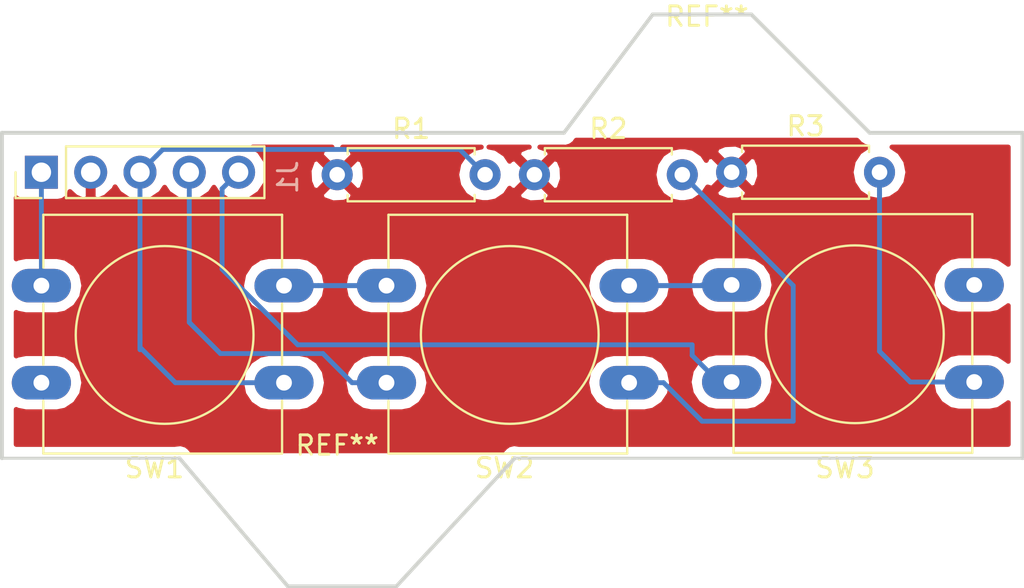
<source format=kicad_pcb>
(kicad_pcb (version 20171130) (host pcbnew "(5.0.1)-4")

  (general
    (thickness 1.6)
    (drawings 12)
    (tracks 39)
    (zones 0)
    (modules 9)
    (nets 6)
  )

  (page A4)
  (layers
    (0 F.Cu signal)
    (31 B.Cu signal)
    (32 B.Adhes user)
    (33 F.Adhes user)
    (34 B.Paste user)
    (35 F.Paste user)
    (36 B.SilkS user)
    (37 F.SilkS user)
    (38 B.Mask user)
    (39 F.Mask user)
    (40 Dwgs.User user)
    (41 Cmts.User user)
    (42 Eco1.User user)
    (43 Eco2.User user)
    (44 Edge.Cuts user)
    (45 Margin user)
    (46 B.CrtYd user)
    (47 F.CrtYd user)
    (48 B.Fab user)
    (49 F.Fab user)
  )

  (setup
    (last_trace_width 0.25)
    (trace_clearance 0.2)
    (zone_clearance 0.508)
    (zone_45_only no)
    (trace_min 0.2)
    (segment_width 0.2)
    (edge_width 0.15)
    (via_size 0.8)
    (via_drill 0.4)
    (via_min_size 0.4)
    (via_min_drill 0.3)
    (uvia_size 0.3)
    (uvia_drill 0.1)
    (uvias_allowed no)
    (uvia_min_size 0.2)
    (uvia_min_drill 0.1)
    (pcb_text_width 0.3)
    (pcb_text_size 1.5 1.5)
    (mod_edge_width 0.15)
    (mod_text_size 1 1)
    (mod_text_width 0.15)
    (pad_size 1.524 1.524)
    (pad_drill 0.762)
    (pad_to_mask_clearance 0.051)
    (solder_mask_min_width 0.25)
    (aux_axis_origin 0 0)
    (visible_elements 7FFFFFFF)
    (pcbplotparams
      (layerselection 0x010fc_ffffffff)
      (usegerberextensions false)
      (usegerberattributes false)
      (usegerberadvancedattributes false)
      (creategerberjobfile false)
      (excludeedgelayer true)
      (linewidth 0.100000)
      (plotframeref false)
      (viasonmask false)
      (mode 1)
      (useauxorigin false)
      (hpglpennumber 1)
      (hpglpenspeed 20)
      (hpglpendiameter 15.000000)
      (psnegative false)
      (psa4output false)
      (plotreference true)
      (plotvalue true)
      (plotinvisibletext false)
      (padsonsilk false)
      (subtractmaskfromsilk false)
      (outputformat 1)
      (mirror false)
      (drillshape 0)
      (scaleselection 1)
      (outputdirectory ""))
  )

  (net 0 "")
  (net 1 +5V)
  (net 2 GND)
  (net 3 "Net-(J1-Pad3)")
  (net 4 "Net-(J1-Pad4)")
  (net 5 "Net-(J1-Pad5)")

  (net_class Default "This is the default net class."
    (clearance 0.2)
    (trace_width 0.25)
    (via_dia 0.8)
    (via_drill 0.4)
    (uvia_dia 0.3)
    (uvia_drill 0.1)
    (add_net +5V)
    (add_net GND)
    (add_net "Net-(J1-Pad3)")
    (add_net "Net-(J1-Pad4)")
    (add_net "Net-(J1-Pad5)")
  )

  (module MountingHole:MountingHole_2.2mm_M2 (layer F.Cu) (tedit 56D1B4CB) (tstamp 5C401120)
    (at 139.7 94.742)
    (descr "Mounting Hole 2.2mm, no annular, M2")
    (tags "mounting hole 2.2mm no annular m2")
    (attr virtual)
    (fp_text reference REF** (at 0 -3.2) (layer F.SilkS)
      (effects (font (size 1 1) (thickness 0.15)))
    )
    (fp_text value MountingHole_2.2mm_M2 (at 0 3.2) (layer F.Fab)
      (effects (font (size 1 1) (thickness 0.15)))
    )
    (fp_text user %R (at 0.3 0) (layer F.Fab)
      (effects (font (size 1 1) (thickness 0.15)))
    )
    (fp_circle (center 0 0) (end 2.2 0) (layer Cmts.User) (width 0.15))
    (fp_circle (center 0 0) (end 2.45 0) (layer F.CrtYd) (width 0.05))
    (pad 1 np_thru_hole circle (at 0 0) (size 2.2 2.2) (drill 2.2) (layers *.Cu *.Mask))
  )

  (module Connector_PinHeader_2.54mm:PinHeader_1x05_P2.54mm_Vertical (layer F.Cu) (tedit 5C3FD53F) (tstamp 5C3C95E1)
    (at 105.41 99.568 90)
    (descr "Through hole straight pin header, 1x05, 2.54mm pitch, single row")
    (tags "Through hole pin header THT 1x05 2.54mm single row")
    (path /5C5B14C4)
    (fp_text reference J1 (at -0.254 12.7 90) (layer B.SilkS)
      (effects (font (size 1 1) (thickness 0.15)) (justify mirror))
    )
    (fp_text value Conn_01x05 (at 0 12.49 90) (layer F.Fab)
      (effects (font (size 1 1) (thickness 0.15)))
    )
    (fp_line (start -0.635 -1.27) (end 1.27 -1.27) (layer F.Fab) (width 0.1))
    (fp_line (start 1.27 -1.27) (end 1.27 11.43) (layer F.Fab) (width 0.1))
    (fp_line (start 1.27 11.43) (end -1.27 11.43) (layer F.Fab) (width 0.1))
    (fp_line (start -1.27 11.43) (end -1.27 -0.635) (layer F.Fab) (width 0.1))
    (fp_line (start -1.27 -0.635) (end -0.635 -1.27) (layer F.Fab) (width 0.1))
    (fp_line (start -1.33 11.49) (end 1.33 11.49) (layer F.SilkS) (width 0.12))
    (fp_line (start -1.33 1.27) (end -1.33 11.49) (layer F.SilkS) (width 0.12))
    (fp_line (start 1.33 1.27) (end 1.33 11.49) (layer F.SilkS) (width 0.12))
    (fp_line (start -1.33 1.27) (end 1.33 1.27) (layer F.SilkS) (width 0.12))
    (fp_line (start -1.33 0) (end -1.33 -1.33) (layer F.SilkS) (width 0.12))
    (fp_line (start -1.33 -1.33) (end 0 -1.33) (layer F.SilkS) (width 0.12))
    (fp_line (start -1.8 -1.8) (end -1.8 11.95) (layer F.CrtYd) (width 0.05))
    (fp_line (start -1.8 11.95) (end 1.8 11.95) (layer F.CrtYd) (width 0.05))
    (fp_line (start 1.8 11.95) (end 1.8 -1.8) (layer F.CrtYd) (width 0.05))
    (fp_line (start 1.8 -1.8) (end -1.8 -1.8) (layer F.CrtYd) (width 0.05))
    (fp_text user %R (at 0 5.08 180) (layer F.Fab)
      (effects (font (size 1 1) (thickness 0.15)))
    )
    (pad 1 thru_hole rect (at 0 0 90) (size 1.7 1.7) (drill 1) (layers *.Cu *.Mask)
      (net 1 +5V))
    (pad 2 thru_hole oval (at 0 2.54 90) (size 1.7 1.7) (drill 1) (layers *.Cu *.Mask)
      (net 2 GND))
    (pad 3 thru_hole oval (at 0 5.08 90) (size 1.7 1.7) (drill 1) (layers *.Cu *.Mask)
      (net 3 "Net-(J1-Pad3)"))
    (pad 4 thru_hole oval (at 0 7.62 90) (size 1.7 1.7) (drill 1) (layers *.Cu *.Mask)
      (net 4 "Net-(J1-Pad4)"))
    (pad 5 thru_hole oval (at 0 10.16 90) (size 1.7 1.7) (drill 1) (layers *.Cu *.Mask)
      (net 5 "Net-(J1-Pad5)"))
    (model ${KISYS3DMOD}/Connector_PinHeader_2.54mm.3dshapes/PinHeader_1x05_P2.54mm_Vertical.wrl
      (at (xyz 0 0 0))
      (scale (xyz 1 1 1))
      (rotate (xyz 0 0 0))
    )
  )

  (module Resistor_THT:R_Axial_DIN0207_L6.3mm_D2.5mm_P7.62mm_Horizontal (layer F.Cu) (tedit 5AE5139B) (tstamp 5C3C95F8)
    (at 120.65 99.695)
    (descr "Resistor, Axial_DIN0207 series, Axial, Horizontal, pin pitch=7.62mm, 0.25W = 1/4W, length*diameter=6.3*2.5mm^2, http://cdn-reichelt.de/documents/datenblatt/B400/1_4W%23YAG.pdf")
    (tags "Resistor Axial_DIN0207 series Axial Horizontal pin pitch 7.62mm 0.25W = 1/4W length 6.3mm diameter 2.5mm")
    (path /5C5B1F75)
    (fp_text reference R1 (at 3.81 -2.37) (layer F.SilkS)
      (effects (font (size 1 1) (thickness 0.15)))
    )
    (fp_text value 47k (at 3.81 2.37) (layer F.Fab)
      (effects (font (size 1 1) (thickness 0.15)))
    )
    (fp_line (start 0.66 -1.25) (end 0.66 1.25) (layer F.Fab) (width 0.1))
    (fp_line (start 0.66 1.25) (end 6.96 1.25) (layer F.Fab) (width 0.1))
    (fp_line (start 6.96 1.25) (end 6.96 -1.25) (layer F.Fab) (width 0.1))
    (fp_line (start 6.96 -1.25) (end 0.66 -1.25) (layer F.Fab) (width 0.1))
    (fp_line (start 0 0) (end 0.66 0) (layer F.Fab) (width 0.1))
    (fp_line (start 7.62 0) (end 6.96 0) (layer F.Fab) (width 0.1))
    (fp_line (start 0.54 -1.04) (end 0.54 -1.37) (layer F.SilkS) (width 0.12))
    (fp_line (start 0.54 -1.37) (end 7.08 -1.37) (layer F.SilkS) (width 0.12))
    (fp_line (start 7.08 -1.37) (end 7.08 -1.04) (layer F.SilkS) (width 0.12))
    (fp_line (start 0.54 1.04) (end 0.54 1.37) (layer F.SilkS) (width 0.12))
    (fp_line (start 0.54 1.37) (end 7.08 1.37) (layer F.SilkS) (width 0.12))
    (fp_line (start 7.08 1.37) (end 7.08 1.04) (layer F.SilkS) (width 0.12))
    (fp_line (start -1.05 -1.5) (end -1.05 1.5) (layer F.CrtYd) (width 0.05))
    (fp_line (start -1.05 1.5) (end 8.67 1.5) (layer F.CrtYd) (width 0.05))
    (fp_line (start 8.67 1.5) (end 8.67 -1.5) (layer F.CrtYd) (width 0.05))
    (fp_line (start 8.67 -1.5) (end -1.05 -1.5) (layer F.CrtYd) (width 0.05))
    (fp_text user %R (at 3.81 0) (layer F.Fab)
      (effects (font (size 1 1) (thickness 0.15)))
    )
    (pad 1 thru_hole circle (at 0 0) (size 1.6 1.6) (drill 0.8) (layers *.Cu *.Mask)
      (net 2 GND))
    (pad 2 thru_hole oval (at 7.62 0) (size 1.6 1.6) (drill 0.8) (layers *.Cu *.Mask)
      (net 3 "Net-(J1-Pad3)"))
    (model ${KISYS3DMOD}/Resistor_THT.3dshapes/R_Axial_DIN0207_L6.3mm_D2.5mm_P7.62mm_Horizontal.wrl
      (at (xyz 0 0 0))
      (scale (xyz 1 1 1))
      (rotate (xyz 0 0 0))
    )
  )

  (module Resistor_THT:R_Axial_DIN0207_L6.3mm_D2.5mm_P7.62mm_Horizontal (layer F.Cu) (tedit 5AE5139B) (tstamp 5C3C960F)
    (at 130.81 99.695)
    (descr "Resistor, Axial_DIN0207 series, Axial, Horizontal, pin pitch=7.62mm, 0.25W = 1/4W, length*diameter=6.3*2.5mm^2, http://cdn-reichelt.de/documents/datenblatt/B400/1_4W%23YAG.pdf")
    (tags "Resistor Axial_DIN0207 series Axial Horizontal pin pitch 7.62mm 0.25W = 1/4W length 6.3mm diameter 2.5mm")
    (path /5C5B1DD1)
    (fp_text reference R2 (at 3.81 -2.37) (layer F.SilkS)
      (effects (font (size 1 1) (thickness 0.15)))
    )
    (fp_text value 47k (at 3.81 2.37) (layer F.Fab)
      (effects (font (size 1 1) (thickness 0.15)))
    )
    (fp_text user %R (at 3.81 0) (layer F.Fab)
      (effects (font (size 1 1) (thickness 0.15)))
    )
    (fp_line (start 8.67 -1.5) (end -1.05 -1.5) (layer F.CrtYd) (width 0.05))
    (fp_line (start 8.67 1.5) (end 8.67 -1.5) (layer F.CrtYd) (width 0.05))
    (fp_line (start -1.05 1.5) (end 8.67 1.5) (layer F.CrtYd) (width 0.05))
    (fp_line (start -1.05 -1.5) (end -1.05 1.5) (layer F.CrtYd) (width 0.05))
    (fp_line (start 7.08 1.37) (end 7.08 1.04) (layer F.SilkS) (width 0.12))
    (fp_line (start 0.54 1.37) (end 7.08 1.37) (layer F.SilkS) (width 0.12))
    (fp_line (start 0.54 1.04) (end 0.54 1.37) (layer F.SilkS) (width 0.12))
    (fp_line (start 7.08 -1.37) (end 7.08 -1.04) (layer F.SilkS) (width 0.12))
    (fp_line (start 0.54 -1.37) (end 7.08 -1.37) (layer F.SilkS) (width 0.12))
    (fp_line (start 0.54 -1.04) (end 0.54 -1.37) (layer F.SilkS) (width 0.12))
    (fp_line (start 7.62 0) (end 6.96 0) (layer F.Fab) (width 0.1))
    (fp_line (start 0 0) (end 0.66 0) (layer F.Fab) (width 0.1))
    (fp_line (start 6.96 -1.25) (end 0.66 -1.25) (layer F.Fab) (width 0.1))
    (fp_line (start 6.96 1.25) (end 6.96 -1.25) (layer F.Fab) (width 0.1))
    (fp_line (start 0.66 1.25) (end 6.96 1.25) (layer F.Fab) (width 0.1))
    (fp_line (start 0.66 -1.25) (end 0.66 1.25) (layer F.Fab) (width 0.1))
    (pad 2 thru_hole oval (at 7.62 0) (size 1.6 1.6) (drill 0.8) (layers *.Cu *.Mask)
      (net 4 "Net-(J1-Pad4)"))
    (pad 1 thru_hole circle (at 0 0) (size 1.6 1.6) (drill 0.8) (layers *.Cu *.Mask)
      (net 2 GND))
    (model ${KISYS3DMOD}/Resistor_THT.3dshapes/R_Axial_DIN0207_L6.3mm_D2.5mm_P7.62mm_Horizontal.wrl
      (at (xyz 0 0 0))
      (scale (xyz 1 1 1))
      (rotate (xyz 0 0 0))
    )
  )

  (module Resistor_THT:R_Axial_DIN0207_L6.3mm_D2.5mm_P7.62mm_Horizontal (layer F.Cu) (tedit 5AE5139B) (tstamp 5C3C9626)
    (at 140.97 99.568)
    (descr "Resistor, Axial_DIN0207 series, Axial, Horizontal, pin pitch=7.62mm, 0.25W = 1/4W, length*diameter=6.3*2.5mm^2, http://cdn-reichelt.de/documents/datenblatt/B400/1_4W%23YAG.pdf")
    (tags "Resistor Axial_DIN0207 series Axial Horizontal pin pitch 7.62mm 0.25W = 1/4W length 6.3mm diameter 2.5mm")
    (path /5C5B1D0D)
    (fp_text reference R3 (at 3.81 -2.37) (layer F.SilkS)
      (effects (font (size 1 1) (thickness 0.15)))
    )
    (fp_text value 47k (at 3.81 2.37) (layer F.Fab)
      (effects (font (size 1 1) (thickness 0.15)))
    )
    (fp_line (start 0.66 -1.25) (end 0.66 1.25) (layer F.Fab) (width 0.1))
    (fp_line (start 0.66 1.25) (end 6.96 1.25) (layer F.Fab) (width 0.1))
    (fp_line (start 6.96 1.25) (end 6.96 -1.25) (layer F.Fab) (width 0.1))
    (fp_line (start 6.96 -1.25) (end 0.66 -1.25) (layer F.Fab) (width 0.1))
    (fp_line (start 0 0) (end 0.66 0) (layer F.Fab) (width 0.1))
    (fp_line (start 7.62 0) (end 6.96 0) (layer F.Fab) (width 0.1))
    (fp_line (start 0.54 -1.04) (end 0.54 -1.37) (layer F.SilkS) (width 0.12))
    (fp_line (start 0.54 -1.37) (end 7.08 -1.37) (layer F.SilkS) (width 0.12))
    (fp_line (start 7.08 -1.37) (end 7.08 -1.04) (layer F.SilkS) (width 0.12))
    (fp_line (start 0.54 1.04) (end 0.54 1.37) (layer F.SilkS) (width 0.12))
    (fp_line (start 0.54 1.37) (end 7.08 1.37) (layer F.SilkS) (width 0.12))
    (fp_line (start 7.08 1.37) (end 7.08 1.04) (layer F.SilkS) (width 0.12))
    (fp_line (start -1.05 -1.5) (end -1.05 1.5) (layer F.CrtYd) (width 0.05))
    (fp_line (start -1.05 1.5) (end 8.67 1.5) (layer F.CrtYd) (width 0.05))
    (fp_line (start 8.67 1.5) (end 8.67 -1.5) (layer F.CrtYd) (width 0.05))
    (fp_line (start 8.67 -1.5) (end -1.05 -1.5) (layer F.CrtYd) (width 0.05))
    (fp_text user %R (at 3.81 0) (layer F.Fab)
      (effects (font (size 1 1) (thickness 0.15)))
    )
    (pad 1 thru_hole circle (at 0 0) (size 1.6 1.6) (drill 0.8) (layers *.Cu *.Mask)
      (net 2 GND))
    (pad 2 thru_hole oval (at 7.62 0) (size 1.6 1.6) (drill 0.8) (layers *.Cu *.Mask)
      (net 5 "Net-(J1-Pad5)"))
    (model ${KISYS3DMOD}/Resistor_THT.3dshapes/R_Axial_DIN0207_L6.3mm_D2.5mm_P7.62mm_Horizontal.wrl
      (at (xyz 0 0 0))
      (scale (xyz 1 1 1))
      (rotate (xyz 0 0 0))
    )
  )

  (module Button_Switch_THT:SW_PUSH-12mm (layer F.Cu) (tedit 5A02FE31) (tstamp 5C3C9640)
    (at 105.41 105.41)
    (descr "SW PUSH 12mm https://www.e-switch.com/system/asset/product_line/data_sheet/143/TL1100.pdf")
    (tags "tact sw push 12mm")
    (path /5C5B177D)
    (fp_text reference SW1 (at 5.824999 9.398) (layer F.SilkS)
      (effects (font (size 1 1) (thickness 0.15)))
    )
    (fp_text value SW_SPST (at 6.62 9.93) (layer F.Fab)
      (effects (font (size 1 1) (thickness 0.15)))
    )
    (fp_line (start 0.25 8.5) (end 12.25 8.5) (layer F.Fab) (width 0.1))
    (fp_line (start 0.25 -3.5) (end 12.25 -3.5) (layer F.Fab) (width 0.1))
    (fp_line (start 12.25 -3.5) (end 12.25 8.5) (layer F.Fab) (width 0.1))
    (fp_text user %R (at 6.35 2.54) (layer F.Fab)
      (effects (font (size 1 1) (thickness 0.15)))
    )
    (fp_line (start 0.1 -3.65) (end 12.4 -3.65) (layer F.SilkS) (width 0.12))
    (fp_line (start 12.4 0.93) (end 12.4 4.07) (layer F.SilkS) (width 0.12))
    (fp_line (start 12.4 8.65) (end 0.1 8.65) (layer F.SilkS) (width 0.12))
    (fp_line (start 0.1 -0.93) (end 0.1 -3.65) (layer F.SilkS) (width 0.12))
    (fp_line (start -1.77 -3.75) (end 14.25 -3.75) (layer F.CrtYd) (width 0.05))
    (fp_line (start -1.77 -3.75) (end -1.77 8.75) (layer F.CrtYd) (width 0.05))
    (fp_line (start 14.25 8.75) (end 14.25 -3.75) (layer F.CrtYd) (width 0.05))
    (fp_line (start 14.25 8.75) (end -1.77 8.75) (layer F.CrtYd) (width 0.05))
    (fp_circle (center 6.35 2.54) (end 10.16 5.08) (layer F.SilkS) (width 0.12))
    (fp_line (start 0.25 -3.5) (end 0.25 8.5) (layer F.Fab) (width 0.1))
    (fp_line (start 0.1 8.65) (end 0.1 5.93) (layer F.SilkS) (width 0.12))
    (fp_line (start 0.1 4.07) (end 0.1 0.93) (layer F.SilkS) (width 0.12))
    (fp_line (start 12.4 5.93) (end 12.4 8.65) (layer F.SilkS) (width 0.12))
    (fp_line (start 12.4 -3.65) (end 12.4 -0.93) (layer F.SilkS) (width 0.12))
    (pad 1 thru_hole oval (at 12.5 0) (size 3.048 1.7272) (drill 0.8128) (layers *.Cu *.Mask)
      (net 1 +5V))
    (pad 2 thru_hole oval (at 12.5 5) (size 3.048 1.7272) (drill 0.8128) (layers *.Cu *.Mask)
      (net 3 "Net-(J1-Pad3)"))
    (pad 1 thru_hole oval (at 0 0) (size 3.048 1.7272) (drill 0.8128) (layers *.Cu *.Mask)
      (net 1 +5V))
    (pad 2 thru_hole oval (at 0 5) (size 3.048 1.7272) (drill 0.8128) (layers *.Cu *.Mask)
      (net 3 "Net-(J1-Pad3)"))
    (model ${KISYS3DMOD}/Button_Switch_THT.3dshapes/SW_PUSH-12mm.wrl
      (at (xyz 0 0 0))
      (scale (xyz 1 1 1))
      (rotate (xyz 0 0 0))
    )
  )

  (module Button_Switch_THT:SW_PUSH-12mm (layer F.Cu) (tedit 5A02FE31) (tstamp 5C3C965A)
    (at 123.19 105.41)
    (descr "SW PUSH 12mm https://www.e-switch.com/system/asset/product_line/data_sheet/143/TL1100.pdf")
    (tags "tact sw push 12mm")
    (path /5C5B17E0)
    (fp_text reference SW2 (at 6.08 9.398) (layer F.SilkS)
      (effects (font (size 1 1) (thickness 0.15)))
    )
    (fp_text value SW_SPST (at 6.62 9.93) (layer F.Fab)
      (effects (font (size 1 1) (thickness 0.15)))
    )
    (fp_line (start 12.4 -3.65) (end 12.4 -0.93) (layer F.SilkS) (width 0.12))
    (fp_line (start 12.4 5.93) (end 12.4 8.65) (layer F.SilkS) (width 0.12))
    (fp_line (start 0.1 4.07) (end 0.1 0.93) (layer F.SilkS) (width 0.12))
    (fp_line (start 0.1 8.65) (end 0.1 5.93) (layer F.SilkS) (width 0.12))
    (fp_line (start 0.25 -3.5) (end 0.25 8.5) (layer F.Fab) (width 0.1))
    (fp_circle (center 6.35 2.54) (end 10.16 5.08) (layer F.SilkS) (width 0.12))
    (fp_line (start 14.25 8.75) (end -1.77 8.75) (layer F.CrtYd) (width 0.05))
    (fp_line (start 14.25 8.75) (end 14.25 -3.75) (layer F.CrtYd) (width 0.05))
    (fp_line (start -1.77 -3.75) (end -1.77 8.75) (layer F.CrtYd) (width 0.05))
    (fp_line (start -1.77 -3.75) (end 14.25 -3.75) (layer F.CrtYd) (width 0.05))
    (fp_line (start 0.1 -0.93) (end 0.1 -3.65) (layer F.SilkS) (width 0.12))
    (fp_line (start 12.4 8.65) (end 0.1 8.65) (layer F.SilkS) (width 0.12))
    (fp_line (start 12.4 0.93) (end 12.4 4.07) (layer F.SilkS) (width 0.12))
    (fp_line (start 0.1 -3.65) (end 12.4 -3.65) (layer F.SilkS) (width 0.12))
    (fp_text user %R (at 6.35 2.54) (layer F.Fab)
      (effects (font (size 1 1) (thickness 0.15)))
    )
    (fp_line (start 12.25 -3.5) (end 12.25 8.5) (layer F.Fab) (width 0.1))
    (fp_line (start 0.25 -3.5) (end 12.25 -3.5) (layer F.Fab) (width 0.1))
    (fp_line (start 0.25 8.5) (end 12.25 8.5) (layer F.Fab) (width 0.1))
    (pad 2 thru_hole oval (at 0 5) (size 3.048 1.7272) (drill 0.8128) (layers *.Cu *.Mask)
      (net 4 "Net-(J1-Pad4)"))
    (pad 1 thru_hole oval (at 0 0) (size 3.048 1.7272) (drill 0.8128) (layers *.Cu *.Mask)
      (net 1 +5V))
    (pad 2 thru_hole oval (at 12.5 5) (size 3.048 1.7272) (drill 0.8128) (layers *.Cu *.Mask)
      (net 4 "Net-(J1-Pad4)"))
    (pad 1 thru_hole oval (at 12.5 0) (size 3.048 1.7272) (drill 0.8128) (layers *.Cu *.Mask)
      (net 1 +5V))
    (model ${KISYS3DMOD}/Button_Switch_THT.3dshapes/SW_PUSH-12mm.wrl
      (at (xyz 0 0 0))
      (scale (xyz 1 1 1))
      (rotate (xyz 0 0 0))
    )
  )

  (module Button_Switch_THT:SW_PUSH-12mm (layer F.Cu) (tedit 5A02FE31) (tstamp 5C3C9674)
    (at 140.97 105.375001)
    (descr "SW PUSH 12mm https://www.e-switch.com/system/asset/product_line/data_sheet/143/TL1100.pdf")
    (tags "tact sw push 12mm")
    (path /5C5B184A)
    (fp_text reference SW3 (at 5.842 9.432999) (layer F.SilkS)
      (effects (font (size 1 1) (thickness 0.15)))
    )
    (fp_text value SW_SPST (at 6.62 9.93) (layer F.Fab)
      (effects (font (size 1 1) (thickness 0.15)))
    )
    (fp_line (start 0.25 8.5) (end 12.25 8.5) (layer F.Fab) (width 0.1))
    (fp_line (start 0.25 -3.5) (end 12.25 -3.5) (layer F.Fab) (width 0.1))
    (fp_line (start 12.25 -3.5) (end 12.25 8.5) (layer F.Fab) (width 0.1))
    (fp_text user %R (at 6.35 2.54) (layer F.Fab)
      (effects (font (size 1 1) (thickness 0.15)))
    )
    (fp_line (start 0.1 -3.65) (end 12.4 -3.65) (layer F.SilkS) (width 0.12))
    (fp_line (start 12.4 0.93) (end 12.4 4.07) (layer F.SilkS) (width 0.12))
    (fp_line (start 12.4 8.65) (end 0.1 8.65) (layer F.SilkS) (width 0.12))
    (fp_line (start 0.1 -0.93) (end 0.1 -3.65) (layer F.SilkS) (width 0.12))
    (fp_line (start -1.77 -3.75) (end 14.25 -3.75) (layer F.CrtYd) (width 0.05))
    (fp_line (start -1.77 -3.75) (end -1.77 8.75) (layer F.CrtYd) (width 0.05))
    (fp_line (start 14.25 8.75) (end 14.25 -3.75) (layer F.CrtYd) (width 0.05))
    (fp_line (start 14.25 8.75) (end -1.77 8.75) (layer F.CrtYd) (width 0.05))
    (fp_circle (center 6.35 2.54) (end 10.16 5.08) (layer F.SilkS) (width 0.12))
    (fp_line (start 0.25 -3.5) (end 0.25 8.5) (layer F.Fab) (width 0.1))
    (fp_line (start 0.1 8.65) (end 0.1 5.93) (layer F.SilkS) (width 0.12))
    (fp_line (start 0.1 4.07) (end 0.1 0.93) (layer F.SilkS) (width 0.12))
    (fp_line (start 12.4 5.93) (end 12.4 8.65) (layer F.SilkS) (width 0.12))
    (fp_line (start 12.4 -3.65) (end 12.4 -0.93) (layer F.SilkS) (width 0.12))
    (pad 1 thru_hole oval (at 12.5 0) (size 3.048 1.7272) (drill 0.8128) (layers *.Cu *.Mask)
      (net 1 +5V))
    (pad 2 thru_hole oval (at 12.5 5) (size 3.048 1.7272) (drill 0.8128) (layers *.Cu *.Mask)
      (net 5 "Net-(J1-Pad5)"))
    (pad 1 thru_hole oval (at 0 0) (size 3.048 1.7272) (drill 0.8128) (layers *.Cu *.Mask)
      (net 1 +5V))
    (pad 2 thru_hole oval (at 0 5) (size 3.048 1.7272) (drill 0.8128) (layers *.Cu *.Mask)
      (net 5 "Net-(J1-Pad5)"))
    (model ${KISYS3DMOD}/Button_Switch_THT.3dshapes/SW_PUSH-12mm.wrl
      (at (xyz 0 0 0))
      (scale (xyz 1 1 1))
      (rotate (xyz 0 0 0))
    )
  )

  (module MountingHole:MountingHole_2.2mm_M2 (layer F.Cu) (tedit 56D1B4CB) (tstamp 5C401115)
    (at 120.65 116.84)
    (descr "Mounting Hole 2.2mm, no annular, M2")
    (tags "mounting hole 2.2mm no annular m2")
    (attr virtual)
    (fp_text reference REF** (at 0 -3.2) (layer F.SilkS)
      (effects (font (size 1 1) (thickness 0.15)))
    )
    (fp_text value MountingHole_2.2mm_M2 (at 0 3.2) (layer F.Fab)
      (effects (font (size 1 1) (thickness 0.15)))
    )
    (fp_circle (center 0 0) (end 2.45 0) (layer F.CrtYd) (width 0.05))
    (fp_circle (center 0 0) (end 2.2 0) (layer Cmts.User) (width 0.15))
    (fp_text user %R (at 0.3 0) (layer F.Fab)
      (effects (font (size 1 1) (thickness 0.15)))
    )
    (pad 1 np_thru_hole circle (at 0 0) (size 2.2 2.2) (drill 2.2) (layers *.Cu *.Mask))
  )

  (gr_line (start 155.956 114.3) (end 129.794 114.3) (layer Edge.Cuts) (width 0.15))
  (gr_line (start 112.522 114.3) (end 103.378 114.3) (layer Edge.Cuts) (width 0.15))
  (gr_line (start 123.698 120.904) (end 129.794 114.3) (layer Edge.Cuts) (width 0.2))
  (gr_line (start 118.11 120.904) (end 123.698 120.904) (layer Edge.Cuts) (width 0.2))
  (gr_line (start 112.522 114.3) (end 118.11 120.904) (layer Edge.Cuts) (width 0.2))
  (gr_line (start 132.334 97.536) (end 103.378 97.536) (layer Edge.Cuts) (width 0.2))
  (gr_line (start 136.906 91.44) (end 132.334 97.536) (layer Edge.Cuts) (width 0.2))
  (gr_line (start 141.986 91.44) (end 136.906 91.44) (layer Edge.Cuts) (width 0.2))
  (gr_line (start 148.082 97.536) (end 141.986 91.44) (layer Edge.Cuts) (width 0.2))
  (gr_line (start 155.956 97.536) (end 148.082 97.536) (layer Edge.Cuts) (width 0.2))
  (gr_line (start 155.956 114.3) (end 155.956 97.536) (layer Edge.Cuts) (width 0.2))
  (gr_line (start 103.378 97.536) (end 103.378 114.3) (layer Edge.Cuts) (width 0.2))

  (segment (start 119.684 105.41) (end 122.445001 105.41) (width 0.25) (layer B.Cu) (net 1))
  (segment (start 117.91 105.41) (end 119.684 105.41) (width 0.25) (layer B.Cu) (net 1))
  (segment (start 139.411001 105.41) (end 139.446 105.375001) (width 0.25) (layer B.Cu) (net 1))
  (segment (start 134.945001 105.41) (end 139.411001 105.41) (width 0.25) (layer B.Cu) (net 1))
  (segment (start 123.19 105.41) (end 117.91 105.41) (width 0.25) (layer B.Cu) (net 1))
  (segment (start 105.41 105.41) (end 105.41 99.568) (width 0.25) (layer B.Cu) (net 1))
  (segment (start 140.935001 105.41) (end 140.97 105.375001) (width 0.25) (layer B.Cu) (net 1))
  (segment (start 135.69 105.41) (end 140.935001 105.41) (width 0.25) (layer B.Cu) (net 1))
  (segment (start 117.91 110.41) (end 112.315 110.41) (width 0.25) (layer B.Cu) (net 3))
  (segment (start 112.315 110.41) (end 110.49 108.585) (width 0.25) (layer B.Cu) (net 3))
  (segment (start 110.49 108.585) (end 110.49 107.95) (width 0.25) (layer B.Cu) (net 3))
  (segment (start 110.49 108.712) (end 110.49 107.95) (width 0.25) (layer B.Cu) (net 3))
  (segment (start 110.49 107.95) (end 110.49 99.568) (width 0.25) (layer B.Cu) (net 3))
  (segment (start 111.339999 98.718001) (end 110.49 99.568) (width 0.25) (layer B.Cu) (net 3))
  (segment (start 111.665001 98.392999) (end 111.339999 98.718001) (width 0.25) (layer B.Cu) (net 3))
  (segment (start 126.967999 98.392999) (end 111.665001 98.392999) (width 0.25) (layer B.Cu) (net 3))
  (segment (start 128.27 99.695) (end 126.967999 98.392999) (width 0.25) (layer B.Cu) (net 3))
  (segment (start 121.416 110.41) (end 123.19 110.41) (width 0.25) (layer B.Cu) (net 4))
  (segment (start 119.91401 108.90801) (end 121.416 110.41) (width 0.25) (layer B.Cu) (net 4))
  (segment (start 114.63401 108.90801) (end 119.91401 108.90801) (width 0.25) (layer B.Cu) (net 4))
  (segment (start 113.03 107.304) (end 114.63401 108.90801) (width 0.25) (layer B.Cu) (net 4))
  (segment (start 113.03 99.568) (end 113.03 107.304) (width 0.25) (layer B.Cu) (net 4))
  (segment (start 138.43 99.695) (end 144.145 105.41) (width 0.25) (layer B.Cu) (net 4))
  (segment (start 144.145 105.41) (end 144.145 112.395) (width 0.25) (layer B.Cu) (net 4))
  (segment (start 137.464 110.41) (end 135.69 110.41) (width 0.25) (layer B.Cu) (net 4))
  (segment (start 139.449 112.395) (end 137.464 110.41) (width 0.25) (layer B.Cu) (net 4))
  (segment (start 144.145 112.395) (end 139.449 112.395) (width 0.25) (layer B.Cu) (net 4))
  (segment (start 148.59 100.69937) (end 148.59 99.568) (width 0.25) (layer B.Cu) (net 5))
  (segment (start 148.59 108.793001) (end 148.59 100.69937) (width 0.25) (layer B.Cu) (net 5))
  (segment (start 150.172 110.375001) (end 148.59 108.793001) (width 0.25) (layer B.Cu) (net 5))
  (segment (start 151.946 110.375001) (end 150.172 110.375001) (width 0.25) (layer B.Cu) (net 5))
  (segment (start 140.3096 110.375001) (end 140.97 110.375001) (width 0.25) (layer B.Cu) (net 5))
  (segment (start 115.57 99.568) (end 114.720001 100.417999) (width 0.25) (layer B.Cu) (net 5))
  (segment (start 114.720001 100.417999) (end 114.720001 104.561349) (width 0.25) (layer B.Cu) (net 5))
  (segment (start 114.720001 104.561349) (end 118.616652 108.458) (width 0.25) (layer B.Cu) (net 5))
  (segment (start 118.616652 108.458) (end 138.938 108.458) (width 0.25) (layer B.Cu) (net 5))
  (segment (start 138.938 108.458) (end 138.938 109.003401) (width 0.25) (layer B.Cu) (net 5))
  (segment (start 138.938 109.003401) (end 140.3096 110.375001) (width 0.25) (layer B.Cu) (net 5))
  (segment (start 148.59 99.568) (end 148.59 100.965) (width 0.25) (layer B.Cu) (net 5))

  (zone (net 2) (net_name GND) (layer F.Cu) (tstamp 0) (hatch edge 0.508)
    (connect_pads (clearance 0.508))
    (min_thickness 0.254)
    (fill yes (arc_segments 16) (thermal_gap 0.508) (thermal_bridge_width 0.508))
    (polygon
      (pts
        (xy 103.632 97.79) (xy 155.448 97.79) (xy 155.448 114.046) (xy 103.632 114.046)
      )
    )
    (filled_polygon
      (pts
        (xy 147.511091 98.004538) (xy 147.552095 98.065905) (xy 147.795217 98.228354) (xy 147.962262 98.261582) (xy 147.555423 98.533423)
        (xy 147.23826 99.008091) (xy 147.126887 99.568) (xy 147.23826 100.127909) (xy 147.555423 100.602577) (xy 148.030091 100.91974)
        (xy 148.448667 101.003) (xy 148.731333 101.003) (xy 149.149909 100.91974) (xy 149.624577 100.602577) (xy 149.94174 100.127909)
        (xy 150.053113 99.568) (xy 149.94174 99.008091) (xy 149.624577 98.533423) (xy 149.231833 98.271) (xy 155.221001 98.271)
        (xy 155.221001 104.309792) (xy 155.21083 104.294571) (xy 154.715125 103.963351) (xy 154.277998 103.876401) (xy 152.662002 103.876401)
        (xy 152.224875 103.963351) (xy 151.72917 104.294571) (xy 151.39795 104.790276) (xy 151.281641 105.375001) (xy 151.39795 105.959726)
        (xy 151.72917 106.455431) (xy 152.224875 106.786651) (xy 152.662002 106.873601) (xy 154.277998 106.873601) (xy 154.715125 106.786651)
        (xy 155.21083 106.455431) (xy 155.221 106.44021) (xy 155.221 109.309792) (xy 155.21083 109.294571) (xy 154.715125 108.963351)
        (xy 154.277998 108.876401) (xy 152.662002 108.876401) (xy 152.224875 108.963351) (xy 151.72917 109.294571) (xy 151.39795 109.790276)
        (xy 151.281641 110.375001) (xy 151.39795 110.959726) (xy 151.72917 111.455431) (xy 152.224875 111.786651) (xy 152.662002 111.873601)
        (xy 154.277998 111.873601) (xy 154.715125 111.786651) (xy 155.21083 111.455431) (xy 155.221 111.44021) (xy 155.221 113.59)
        (xy 130.010142 113.59) (xy 129.764047 113.551201) (xy 129.479774 113.619662) (xy 129.303018 113.748274) (xy 129.145425 113.919)
        (xy 113.16243 113.919) (xy 113.03633 113.769973) (xy 112.865288 113.633854) (xy 112.584234 113.55319) (xy 112.293706 113.586222)
        (xy 112.286886 113.59) (xy 104.113 113.59) (xy 104.113 111.786988) (xy 104.164875 111.82165) (xy 104.602002 111.9086)
        (xy 106.217998 111.9086) (xy 106.655125 111.82165) (xy 107.15083 111.49043) (xy 107.48205 110.994725) (xy 107.598359 110.41)
        (xy 115.721641 110.41) (xy 115.83795 110.994725) (xy 116.16917 111.49043) (xy 116.664875 111.82165) (xy 117.102002 111.9086)
        (xy 118.717998 111.9086) (xy 119.155125 111.82165) (xy 119.65083 111.49043) (xy 119.98205 110.994725) (xy 120.098359 110.41)
        (xy 121.001641 110.41) (xy 121.11795 110.994725) (xy 121.44917 111.49043) (xy 121.944875 111.82165) (xy 122.382002 111.9086)
        (xy 123.997998 111.9086) (xy 124.435125 111.82165) (xy 124.93083 111.49043) (xy 125.26205 110.994725) (xy 125.378359 110.41)
        (xy 133.501641 110.41) (xy 133.61795 110.994725) (xy 133.94917 111.49043) (xy 134.444875 111.82165) (xy 134.882002 111.9086)
        (xy 136.497998 111.9086) (xy 136.935125 111.82165) (xy 137.43083 111.49043) (xy 137.76205 110.994725) (xy 137.878359 110.41)
        (xy 137.871398 110.375001) (xy 138.781641 110.375001) (xy 138.89795 110.959726) (xy 139.22917 111.455431) (xy 139.724875 111.786651)
        (xy 140.162002 111.873601) (xy 141.777998 111.873601) (xy 142.215125 111.786651) (xy 142.71083 111.455431) (xy 143.04205 110.959726)
        (xy 143.158359 110.375001) (xy 143.04205 109.790276) (xy 142.71083 109.294571) (xy 142.215125 108.963351) (xy 141.777998 108.876401)
        (xy 140.162002 108.876401) (xy 139.724875 108.963351) (xy 139.22917 109.294571) (xy 138.89795 109.790276) (xy 138.781641 110.375001)
        (xy 137.871398 110.375001) (xy 137.76205 109.825275) (xy 137.43083 109.32957) (xy 136.935125 108.99835) (xy 136.497998 108.9114)
        (xy 134.882002 108.9114) (xy 134.444875 108.99835) (xy 133.94917 109.32957) (xy 133.61795 109.825275) (xy 133.501641 110.41)
        (xy 125.378359 110.41) (xy 125.26205 109.825275) (xy 124.93083 109.32957) (xy 124.435125 108.99835) (xy 123.997998 108.9114)
        (xy 122.382002 108.9114) (xy 121.944875 108.99835) (xy 121.44917 109.32957) (xy 121.11795 109.825275) (xy 121.001641 110.41)
        (xy 120.098359 110.41) (xy 119.98205 109.825275) (xy 119.65083 109.32957) (xy 119.155125 108.99835) (xy 118.717998 108.9114)
        (xy 117.102002 108.9114) (xy 116.664875 108.99835) (xy 116.16917 109.32957) (xy 115.83795 109.825275) (xy 115.721641 110.41)
        (xy 107.598359 110.41) (xy 107.48205 109.825275) (xy 107.15083 109.32957) (xy 106.655125 108.99835) (xy 106.217998 108.9114)
        (xy 104.602002 108.9114) (xy 104.164875 108.99835) (xy 104.113 109.033012) (xy 104.113 106.786988) (xy 104.164875 106.82165)
        (xy 104.602002 106.9086) (xy 106.217998 106.9086) (xy 106.655125 106.82165) (xy 107.15083 106.49043) (xy 107.48205 105.994725)
        (xy 107.598359 105.41) (xy 115.721641 105.41) (xy 115.83795 105.994725) (xy 116.16917 106.49043) (xy 116.664875 106.82165)
        (xy 117.102002 106.9086) (xy 118.717998 106.9086) (xy 119.155125 106.82165) (xy 119.65083 106.49043) (xy 119.98205 105.994725)
        (xy 120.098359 105.41) (xy 121.001641 105.41) (xy 121.11795 105.994725) (xy 121.44917 106.49043) (xy 121.944875 106.82165)
        (xy 122.382002 106.9086) (xy 123.997998 106.9086) (xy 124.435125 106.82165) (xy 124.93083 106.49043) (xy 125.26205 105.994725)
        (xy 125.378359 105.41) (xy 133.501641 105.41) (xy 133.61795 105.994725) (xy 133.94917 106.49043) (xy 134.444875 106.82165)
        (xy 134.882002 106.9086) (xy 136.497998 106.9086) (xy 136.935125 106.82165) (xy 137.43083 106.49043) (xy 137.76205 105.994725)
        (xy 137.878359 105.41) (xy 137.871398 105.375001) (xy 138.781641 105.375001) (xy 138.89795 105.959726) (xy 139.22917 106.455431)
        (xy 139.724875 106.786651) (xy 140.162002 106.873601) (xy 141.777998 106.873601) (xy 142.215125 106.786651) (xy 142.71083 106.455431)
        (xy 143.04205 105.959726) (xy 143.158359 105.375001) (xy 143.04205 104.790276) (xy 142.71083 104.294571) (xy 142.215125 103.963351)
        (xy 141.777998 103.876401) (xy 140.162002 103.876401) (xy 139.724875 103.963351) (xy 139.22917 104.294571) (xy 138.89795 104.790276)
        (xy 138.781641 105.375001) (xy 137.871398 105.375001) (xy 137.76205 104.825275) (xy 137.43083 104.32957) (xy 136.935125 103.99835)
        (xy 136.497998 103.9114) (xy 134.882002 103.9114) (xy 134.444875 103.99835) (xy 133.94917 104.32957) (xy 133.61795 104.825275)
        (xy 133.501641 105.41) (xy 125.378359 105.41) (xy 125.26205 104.825275) (xy 124.93083 104.32957) (xy 124.435125 103.99835)
        (xy 123.997998 103.9114) (xy 122.382002 103.9114) (xy 121.944875 103.99835) (xy 121.44917 104.32957) (xy 121.11795 104.825275)
        (xy 121.001641 105.41) (xy 120.098359 105.41) (xy 119.98205 104.825275) (xy 119.65083 104.32957) (xy 119.155125 103.99835)
        (xy 118.717998 103.9114) (xy 117.102002 103.9114) (xy 116.664875 103.99835) (xy 116.16917 104.32957) (xy 115.83795 104.825275)
        (xy 115.721641 105.41) (xy 107.598359 105.41) (xy 107.48205 104.825275) (xy 107.15083 104.32957) (xy 106.655125 103.99835)
        (xy 106.217998 103.9114) (xy 104.602002 103.9114) (xy 104.164875 103.99835) (xy 104.113 104.033012) (xy 104.113 100.883031)
        (xy 104.312235 101.016157) (xy 104.56 101.06544) (xy 106.26 101.06544) (xy 106.507765 101.016157) (xy 106.717809 100.875809)
        (xy 106.858157 100.665765) (xy 106.878739 100.562292) (xy 107.183076 100.839645) (xy 107.59311 101.009476) (xy 107.823 100.888155)
        (xy 107.823 99.695) (xy 107.803 99.695) (xy 107.803 99.441) (xy 107.823 99.441) (xy 107.823 99.421)
        (xy 108.077 99.421) (xy 108.077 99.441) (xy 108.097 99.441) (xy 108.097 99.695) (xy 108.077 99.695)
        (xy 108.077 100.888155) (xy 108.30689 101.009476) (xy 108.716924 100.839645) (xy 109.145183 100.449358) (xy 109.206157 100.319522)
        (xy 109.419375 100.638625) (xy 109.910582 100.966839) (xy 110.343744 101.053) (xy 110.636256 101.053) (xy 111.069418 100.966839)
        (xy 111.560625 100.638625) (xy 111.76 100.340239) (xy 111.959375 100.638625) (xy 112.450582 100.966839) (xy 112.883744 101.053)
        (xy 113.176256 101.053) (xy 113.609418 100.966839) (xy 114.100625 100.638625) (xy 114.3 100.340239) (xy 114.499375 100.638625)
        (xy 114.990582 100.966839) (xy 115.423744 101.053) (xy 115.716256 101.053) (xy 116.149418 100.966839) (xy 116.544662 100.702745)
        (xy 119.821861 100.702745) (xy 119.895995 100.948864) (xy 120.433223 101.141965) (xy 121.003454 101.114778) (xy 121.404005 100.948864)
        (xy 121.478139 100.702745) (xy 120.65 99.874605) (xy 119.821861 100.702745) (xy 116.544662 100.702745) (xy 116.640625 100.638625)
        (xy 116.968839 100.147418) (xy 117.084092 99.568) (xy 117.066235 99.478223) (xy 119.203035 99.478223) (xy 119.230222 100.048454)
        (xy 119.396136 100.449005) (xy 119.642255 100.523139) (xy 120.470395 99.695) (xy 120.829605 99.695) (xy 121.657745 100.523139)
        (xy 121.903864 100.449005) (xy 122.096965 99.911777) (xy 122.069778 99.341546) (xy 121.903864 98.940995) (xy 121.657745 98.866861)
        (xy 120.829605 99.695) (xy 120.470395 99.695) (xy 119.642255 98.866861) (xy 119.396136 98.940995) (xy 119.203035 99.478223)
        (xy 117.066235 99.478223) (xy 116.968839 98.988582) (xy 116.640625 98.497375) (xy 116.301831 98.271) (xy 120.3851 98.271)
        (xy 120.296546 98.275222) (xy 119.895995 98.441136) (xy 119.821861 98.687255) (xy 120.65 99.515395) (xy 121.478139 98.687255)
        (xy 121.404005 98.441136) (xy 120.930668 98.271) (xy 128.073366 98.271) (xy 127.710091 98.34326) (xy 127.235423 98.660423)
        (xy 126.91826 99.135091) (xy 126.806887 99.695) (xy 126.91826 100.254909) (xy 127.235423 100.729577) (xy 127.710091 101.04674)
        (xy 128.128667 101.13) (xy 128.411333 101.13) (xy 128.829909 101.04674) (xy 129.304577 100.729577) (xy 129.322505 100.702745)
        (xy 129.981861 100.702745) (xy 130.055995 100.948864) (xy 130.593223 101.141965) (xy 131.163454 101.114778) (xy 131.564005 100.948864)
        (xy 131.638139 100.702745) (xy 130.81 99.874605) (xy 129.981861 100.702745) (xy 129.322505 100.702745) (xy 129.531611 100.389797)
        (xy 129.556136 100.449005) (xy 129.802255 100.523139) (xy 130.630395 99.695) (xy 130.989605 99.695) (xy 131.817745 100.523139)
        (xy 132.063864 100.449005) (xy 132.256965 99.911777) (xy 132.24663 99.695) (xy 136.966887 99.695) (xy 137.07826 100.254909)
        (xy 137.395423 100.729577) (xy 137.870091 101.04674) (xy 138.288667 101.13) (xy 138.571333 101.13) (xy 138.989909 101.04674)
        (xy 139.464577 100.729577) (xy 139.567364 100.575745) (xy 140.141861 100.575745) (xy 140.215995 100.821864) (xy 140.753223 101.014965)
        (xy 141.323454 100.987778) (xy 141.724005 100.821864) (xy 141.798139 100.575745) (xy 140.97 99.747605) (xy 140.141861 100.575745)
        (xy 139.567364 100.575745) (xy 139.733428 100.327213) (xy 139.962255 100.396139) (xy 140.790395 99.568) (xy 141.149605 99.568)
        (xy 141.977745 100.396139) (xy 142.223864 100.322005) (xy 142.416965 99.784777) (xy 142.389778 99.214546) (xy 142.223864 98.813995)
        (xy 141.977745 98.739861) (xy 141.149605 99.568) (xy 140.790395 99.568) (xy 139.962255 98.739861) (xy 139.716136 98.813995)
        (xy 139.664038 98.958937) (xy 139.464577 98.660423) (xy 139.314665 98.560255) (xy 140.141861 98.560255) (xy 140.97 99.388395)
        (xy 141.798139 98.560255) (xy 141.724005 98.314136) (xy 141.186777 98.121035) (xy 140.616546 98.148222) (xy 140.215995 98.314136)
        (xy 140.141861 98.560255) (xy 139.314665 98.560255) (xy 138.989909 98.34326) (xy 138.571333 98.26) (xy 138.288667 98.26)
        (xy 137.870091 98.34326) (xy 137.395423 98.660423) (xy 137.07826 99.135091) (xy 136.966887 99.695) (xy 132.24663 99.695)
        (xy 132.229778 99.341546) (xy 132.063864 98.940995) (xy 131.817745 98.866861) (xy 130.989605 99.695) (xy 130.630395 99.695)
        (xy 129.802255 98.866861) (xy 129.556136 98.940995) (xy 129.53372 99.003359) (xy 129.304577 98.660423) (xy 128.829909 98.34326)
        (xy 128.466634 98.271) (xy 130.5451 98.271) (xy 130.456546 98.275222) (xy 130.055995 98.441136) (xy 129.981861 98.687255)
        (xy 130.81 99.515395) (xy 131.638139 98.687255) (xy 131.564005 98.441136) (xy 131.090668 98.271) (xy 132.313995 98.271)
        (xy 132.43998 98.277867) (xy 132.528619 98.246687) (xy 132.620783 98.228354) (xy 132.665306 98.198605) (xy 132.715813 98.180838)
        (xy 132.785771 98.118113) (xy 132.863905 98.065905) (xy 132.934007 97.96099) (xy 132.967 97.917) (xy 147.423553 97.917)
      )
    )
  )
)

</source>
